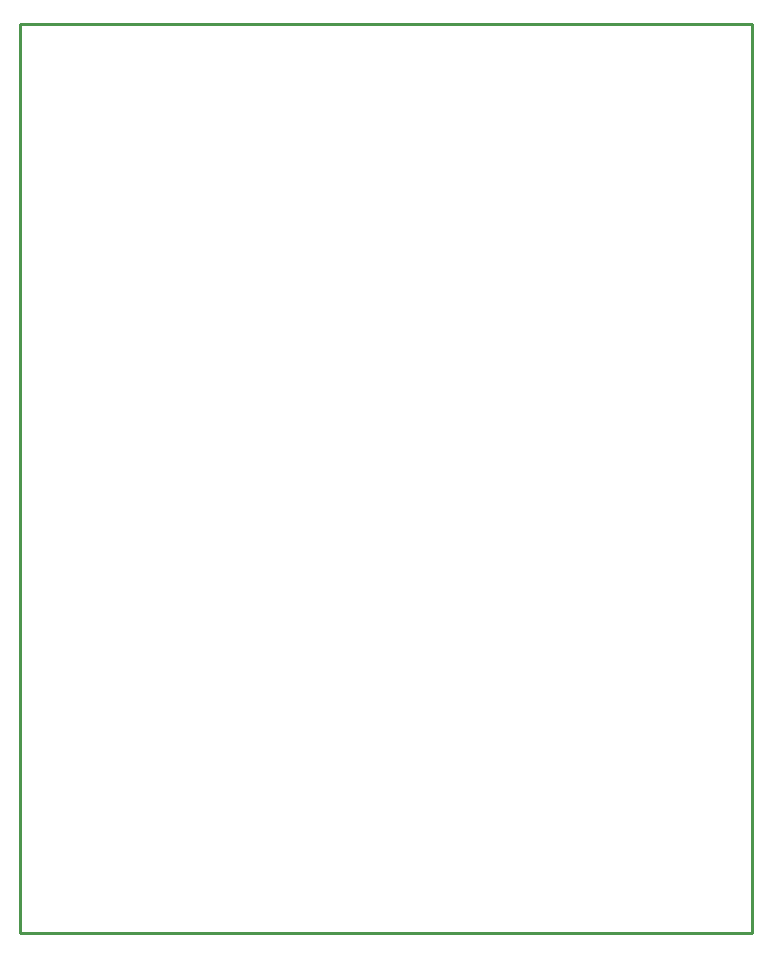
<source format=gbr>
%TF.GenerationSoftware,Altium Limited,Altium Designer,19.1.8 (144)*%
G04 Layer_Color=16711935*
%FSLAX26Y26*%
%MOIN*%
%TF.FileFunction,Other,Mechanical_1*%
%TF.Part,Single*%
G01*
G75*
%TA.AperFunction,NonConductor*%
%ADD16C,0.010000*%
D16*
X-0Y3030000D02*
X0Y0D01*
X2440000D01*
Y3030000D01*
X0D02*
X2440000D01*
%TF.MD5,70877cb7cacab220438305d0bbae92fd*%
M02*

</source>
